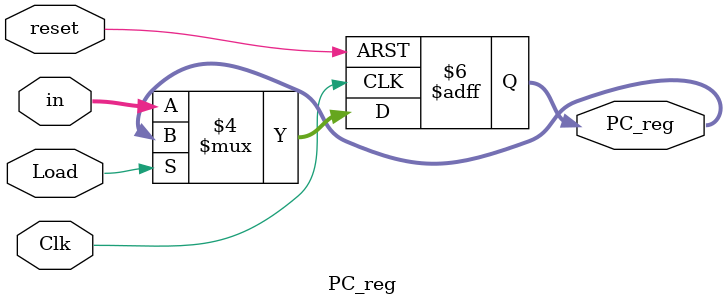
<source format=v>
`timescale 1ns / 1ps

module PC_reg(reset,Clk,PC_reg,Load,in);

//This has A-Sync Load and Reset

parameter width = 16;

input reset,Clk,Load;
input [width-1:0]in;
output [width-1:0]PC_reg;
reg [width-1:0]PC_reg;

initial 
PC_reg <= 0;

always @(posedge reset or posedge Clk)
	begin
	if (reset)
		PC_reg <= 0 ;
	else if (~Load)
		PC_reg <= in;
	end


endmodule

</source>
